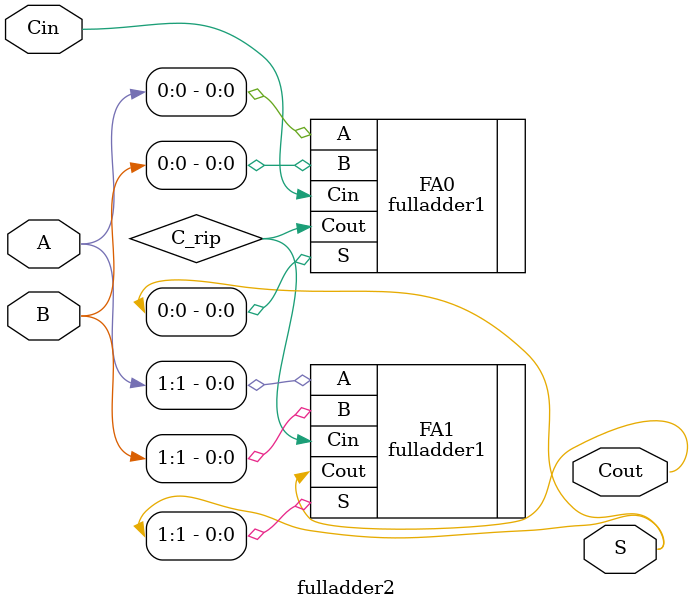
<source format=v>
module fulladder2 (A,B,Cin,S,Cout);
	input [1:0] A,B;
	input Cin;
	output [1:0] S;
	output Cout;
	
	wire C_rip;
	
	fulladder1 FA0 (.A(A[0]), .B(B[0]), .Cin(Cin)  , .S(S[0]), .Cout(C_rip));
	fulladder1 FA1 (.A(A[1]), .B(B[1]), .Cin(C_rip), .S(S[1]), .Cout(Cout));


endmodule
</source>
